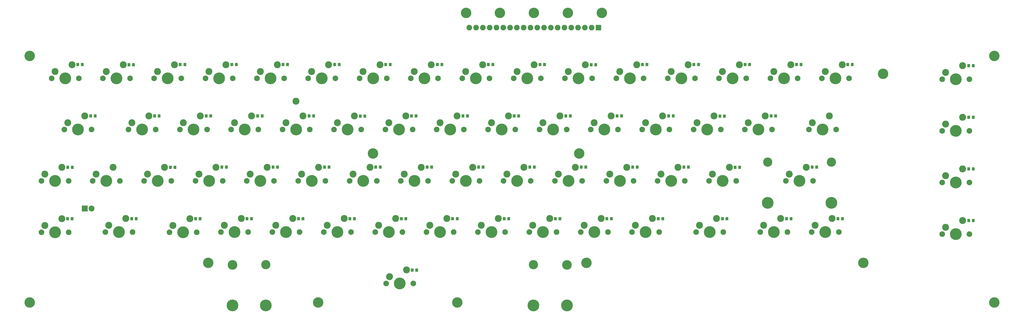
<source format=gbr>
G04 #@! TF.GenerationSoftware,KiCad,Pcbnew,(5.1.5)-2*
G04 #@! TF.CreationDate,2020-03-07T20:44:29+01:00*
G04 #@! TF.ProjectId,VIC20_kbd,56494332-305f-46b6-9264-2e6b69636164,rev?*
G04 #@! TF.SameCoordinates,Original*
G04 #@! TF.FileFunction,Soldermask,Bot*
G04 #@! TF.FilePolarity,Negative*
%FSLAX46Y46*%
G04 Gerber Fmt 4.6, Leading zero omitted, Abs format (unit mm)*
G04 Created by KiCad (PCBNEW (5.1.5)-2) date 2020-03-07 20:44:29*
%MOMM*%
%LPD*%
G04 APERTURE LIST*
%ADD10C,2.600000*%
%ADD11C,4.400000*%
%ADD12C,2.100000*%
%ADD13R,1.000000X1.200000*%
%ADD14R,2.100000X2.100000*%
%ADD15O,2.100000X2.100000*%
%ADD16C,3.450000*%
%ADD17C,3.900000*%
%ADD18C,3.600000*%
%ADD19C,2.200000*%
%ADD20R,2.200000X2.200000*%
G04 APERTURE END LIST*
D10*
X333950000Y-118580000D03*
X327600000Y-121120000D03*
D11*
X331410000Y-123660000D03*
D12*
X326330000Y-123660000D03*
X336490000Y-123660000D03*
D10*
X20310000Y-60300000D03*
X13960000Y-62840000D03*
D11*
X17770000Y-65380000D03*
D12*
X12690000Y-65380000D03*
X22850000Y-65380000D03*
D13*
X24120000Y-60360000D03*
X22420000Y-60360000D03*
X62570000Y-60290000D03*
X60870000Y-60290000D03*
X101010000Y-60290000D03*
X99310000Y-60290000D03*
X139380000Y-60290000D03*
X137680000Y-60290000D03*
X177710000Y-60290000D03*
X176010000Y-60290000D03*
X216030000Y-60290000D03*
X214330000Y-60290000D03*
X254360000Y-60290000D03*
X252660000Y-60290000D03*
X292730000Y-60290000D03*
X291030000Y-60290000D03*
X5000000Y-60290000D03*
X3300000Y-60290000D03*
X53000000Y-79490000D03*
X51300000Y-79490000D03*
X91450000Y-79450000D03*
X89750000Y-79450000D03*
X129740000Y-79490000D03*
X128040000Y-79490000D03*
X168070000Y-79490000D03*
X166370000Y-79490000D03*
X206510000Y-79490000D03*
X204810000Y-79490000D03*
X244990000Y-79530000D03*
X243290000Y-79530000D03*
X279430000Y-98620000D03*
X277730000Y-98620000D03*
X9880000Y-79490000D03*
X8180000Y-79490000D03*
X39630000Y-98690000D03*
X37930000Y-98690000D03*
X78000000Y-98650000D03*
X76300000Y-98650000D03*
X116330000Y-98650000D03*
X114630000Y-98650000D03*
X154810000Y-98650000D03*
X153110000Y-98650000D03*
X193170000Y-98620000D03*
X191470000Y-98620000D03*
X231500000Y-98650000D03*
X229800000Y-98650000D03*
X289070000Y-117880000D03*
X287370000Y-117880000D03*
X1260000Y-98690000D03*
X-440000Y-98690000D03*
X25180000Y-117880000D03*
X23480000Y-117880000D03*
X68290000Y-117880000D03*
X66590000Y-117880000D03*
X106710000Y-117880000D03*
X105010000Y-117880000D03*
X145100000Y-117880000D03*
X143400000Y-117880000D03*
X183490000Y-117880000D03*
X181790000Y-117880000D03*
X221960000Y-117880000D03*
X220260000Y-117880000D03*
X269820000Y-117880000D03*
X268120000Y-117880000D03*
X129970000Y-137100000D03*
X128270000Y-137100000D03*
X49040000Y-117880000D03*
X47340000Y-117880000D03*
X87490000Y-117880000D03*
X85790000Y-117880000D03*
X125910000Y-117910000D03*
X124210000Y-117910000D03*
X164380000Y-117880000D03*
X162680000Y-117880000D03*
X202710000Y-117880000D03*
X201010000Y-117880000D03*
X245900000Y-117880000D03*
X244200000Y-117880000D03*
X337920000Y-60710000D03*
X336220000Y-60710000D03*
X1240000Y-117910000D03*
X-460000Y-117910000D03*
X58870000Y-98650000D03*
X57170000Y-98650000D03*
X97240000Y-98650000D03*
X95540000Y-98650000D03*
X135610000Y-98650000D03*
X133910000Y-98650000D03*
X173900000Y-98650000D03*
X172200000Y-98650000D03*
X212340000Y-98650000D03*
X210640000Y-98650000D03*
X250630000Y-98690000D03*
X248930000Y-98690000D03*
X337920000Y-79990000D03*
X336220000Y-79990000D03*
X33730000Y-79490000D03*
X32030000Y-79490000D03*
X72210000Y-79490000D03*
X70510000Y-79490000D03*
X110610000Y-79530000D03*
X108910000Y-79530000D03*
X148940000Y-79490000D03*
X147240000Y-79490000D03*
X187380000Y-79490000D03*
X185680000Y-79490000D03*
X225790000Y-79490000D03*
X224090000Y-79490000D03*
X264080000Y-79490000D03*
X262380000Y-79490000D03*
X337920000Y-99300000D03*
X336220000Y-99300000D03*
X43330000Y-60290000D03*
X41630000Y-60290000D03*
X81690000Y-60250000D03*
X79990000Y-60250000D03*
X120100000Y-60290000D03*
X118400000Y-60290000D03*
X158430000Y-60250000D03*
X156730000Y-60250000D03*
X196910000Y-60330000D03*
X195210000Y-60330000D03*
X235270000Y-60290000D03*
X233570000Y-60290000D03*
X273600000Y-60290000D03*
X271900000Y-60290000D03*
X337920000Y-118580000D03*
X336220000Y-118580000D03*
D14*
X197870000Y-46440000D03*
D15*
X195330000Y-46440000D03*
X192790000Y-46440000D03*
X190250000Y-46440000D03*
X187710000Y-46440000D03*
X185170000Y-46440000D03*
X182630000Y-46440000D03*
X180090000Y-46440000D03*
X177550000Y-46440000D03*
X175010000Y-46440000D03*
X172470000Y-46440000D03*
X169930000Y-46440000D03*
X167390000Y-46440000D03*
X164850000Y-46440000D03*
X162310000Y-46440000D03*
X159770000Y-46440000D03*
X157230000Y-46440000D03*
X154690000Y-46440000D03*
X152150000Y-46440000D03*
X149610000Y-46440000D03*
D10*
X58700000Y-60300000D03*
X52350000Y-62840000D03*
D11*
X56160000Y-65380000D03*
D12*
X51080000Y-65380000D03*
X61240000Y-65380000D03*
D10*
X97060000Y-60300000D03*
X90710000Y-62840000D03*
D11*
X94520000Y-65380000D03*
D12*
X89440000Y-65380000D03*
X99600000Y-65380000D03*
D10*
X135420000Y-60300000D03*
X129070000Y-62840000D03*
D11*
X132880000Y-65380000D03*
D12*
X127800000Y-65380000D03*
X137960000Y-65380000D03*
D10*
X173820000Y-60300000D03*
X167470000Y-62840000D03*
D11*
X171280000Y-65380000D03*
D12*
X166200000Y-65380000D03*
X176360000Y-65380000D03*
D10*
X212190000Y-60300000D03*
X205840000Y-62840000D03*
D11*
X209650000Y-65380000D03*
D12*
X204570000Y-65380000D03*
X214730000Y-65380000D03*
D10*
X250570000Y-60300000D03*
X244220000Y-62840000D03*
D11*
X248030000Y-65380000D03*
D12*
X242950000Y-65380000D03*
X253110000Y-65380000D03*
D10*
X288950000Y-60300000D03*
X282600000Y-62840000D03*
D11*
X286410000Y-65380000D03*
D12*
X281330000Y-65380000D03*
X291490000Y-65380000D03*
D10*
X1170000Y-60300000D03*
X-5180000Y-62840000D03*
D11*
X-1370000Y-65380000D03*
D12*
X-6450000Y-65380000D03*
X3710000Y-65380000D03*
D10*
X49100000Y-79500000D03*
X42750000Y-82040000D03*
D11*
X46560000Y-84580000D03*
D12*
X41480000Y-84580000D03*
X51640000Y-84580000D03*
D10*
X87500000Y-79500000D03*
X81150000Y-82040000D03*
D11*
X84960000Y-84580000D03*
D12*
X79880000Y-84580000D03*
X90040000Y-84580000D03*
D10*
X125890000Y-79500000D03*
X119540000Y-82040000D03*
D11*
X123350000Y-84580000D03*
D12*
X118270000Y-84580000D03*
X128430000Y-84580000D03*
D10*
X164250000Y-79500000D03*
X157900000Y-82040000D03*
D11*
X161710000Y-84580000D03*
D12*
X156630000Y-84580000D03*
X166790000Y-84580000D03*
D10*
X202660000Y-79500000D03*
X196310000Y-82040000D03*
D11*
X200120000Y-84580000D03*
D12*
X195040000Y-84580000D03*
X205200000Y-84580000D03*
D10*
X241070000Y-79510000D03*
X234720000Y-82050000D03*
D11*
X238530000Y-84590000D03*
D12*
X233450000Y-84590000D03*
X243610000Y-84590000D03*
D10*
X275530000Y-98660000D03*
X269180000Y-101200000D03*
D11*
X272990000Y-103740000D03*
D12*
X267910000Y-103740000D03*
X278070000Y-103740000D03*
D11*
X284890000Y-111980000D03*
X261090000Y-111980000D03*
D16*
X261090000Y-96740000D03*
X284890000Y-96740000D03*
D10*
X5940000Y-79500000D03*
X-410000Y-82040000D03*
D11*
X3400000Y-84580000D03*
D12*
X-1680000Y-84580000D03*
X8480000Y-84580000D03*
D10*
X35770000Y-98680000D03*
X29420000Y-101220000D03*
D11*
X33230000Y-103760000D03*
D12*
X28150000Y-103760000D03*
X38310000Y-103760000D03*
D10*
X74130000Y-98660000D03*
X67780000Y-101200000D03*
D11*
X71590000Y-103740000D03*
D12*
X66510000Y-103740000D03*
X76670000Y-103740000D03*
D10*
X112520000Y-98660000D03*
X106170000Y-101200000D03*
D11*
X109980000Y-103740000D03*
D12*
X104900000Y-103740000D03*
X115060000Y-103740000D03*
D10*
X150900000Y-98660000D03*
X144550000Y-101200000D03*
D11*
X148360000Y-103740000D03*
D12*
X143280000Y-103740000D03*
X153440000Y-103740000D03*
D10*
X189270000Y-98660000D03*
X182920000Y-101200000D03*
D11*
X186730000Y-103740000D03*
D12*
X181650000Y-103740000D03*
X191810000Y-103740000D03*
D10*
X227630000Y-98660000D03*
X221280000Y-101200000D03*
D11*
X225090000Y-103740000D03*
D12*
X220010000Y-103740000D03*
X230170000Y-103740000D03*
D10*
X285150000Y-117870000D03*
X278800000Y-120410000D03*
D11*
X282610000Y-122950000D03*
D12*
X277530000Y-122950000D03*
X287690000Y-122950000D03*
D10*
X-2630000Y-98680000D03*
X-8980000Y-101220000D03*
D11*
X-5170000Y-103760000D03*
D12*
X-10250000Y-103760000D03*
X-90000Y-103760000D03*
D10*
X21310000Y-117870000D03*
X14960000Y-120410000D03*
D11*
X18770000Y-122950000D03*
D12*
X13690000Y-122950000D03*
X23850000Y-122950000D03*
D10*
X64470000Y-117870000D03*
X58120000Y-120410000D03*
D11*
X61930000Y-122950000D03*
D12*
X56850000Y-122950000D03*
X67010000Y-122950000D03*
D10*
X102880000Y-117870000D03*
X96530000Y-120410000D03*
D11*
X100340000Y-122950000D03*
D12*
X95260000Y-122950000D03*
X105420000Y-122950000D03*
D10*
X141280000Y-117870000D03*
X134930000Y-120410000D03*
D11*
X138740000Y-122950000D03*
D12*
X133660000Y-122950000D03*
X143820000Y-122950000D03*
D10*
X179680000Y-117870000D03*
X173330000Y-120410000D03*
D11*
X177140000Y-122950000D03*
D12*
X172060000Y-122950000D03*
X182220000Y-122950000D03*
D10*
X218070000Y-117870000D03*
X211720000Y-120410000D03*
D11*
X215530000Y-122950000D03*
D12*
X210450000Y-122950000D03*
X220610000Y-122950000D03*
D10*
X265970000Y-117870000D03*
X259620000Y-120410000D03*
D11*
X263430000Y-122950000D03*
D12*
X258350000Y-122950000D03*
X268510000Y-122950000D03*
D10*
X126150000Y-137060000D03*
X119800000Y-139600000D03*
D11*
X123610000Y-142140000D03*
D12*
X118530000Y-142140000D03*
X128690000Y-142140000D03*
D11*
X173610000Y-150380000D03*
X73610000Y-150380000D03*
D16*
X73610000Y-135140000D03*
X173610000Y-135140000D03*
D10*
X45260000Y-117880000D03*
X38910000Y-120420000D03*
D11*
X42720000Y-122960000D03*
D12*
X37640000Y-122960000D03*
X47800000Y-122960000D03*
D10*
X83670000Y-117870000D03*
X77320000Y-120410000D03*
D11*
X81130000Y-122950000D03*
D12*
X76050000Y-122950000D03*
X86210000Y-122950000D03*
D10*
X122070000Y-117870000D03*
X115720000Y-120410000D03*
D11*
X119530000Y-122950000D03*
D12*
X114450000Y-122950000D03*
X124610000Y-122950000D03*
D10*
X160480000Y-117870000D03*
X154130000Y-120410000D03*
D11*
X157940000Y-122950000D03*
D12*
X152860000Y-122950000D03*
X163020000Y-122950000D03*
D10*
X198880000Y-117870000D03*
X192530000Y-120410000D03*
D11*
X196340000Y-122950000D03*
D12*
X191260000Y-122950000D03*
X201420000Y-122950000D03*
D10*
X242020000Y-117870000D03*
X235670000Y-120410000D03*
D11*
X239480000Y-122950000D03*
D12*
X234400000Y-122950000D03*
X244560000Y-122950000D03*
D10*
X333950000Y-60710000D03*
X327600000Y-63250000D03*
D11*
X331410000Y-65790000D03*
D12*
X326330000Y-65790000D03*
X336490000Y-65790000D03*
D10*
X-2640000Y-117880000D03*
X-8990000Y-120420000D03*
D11*
X-5180000Y-122960000D03*
D12*
X-10260000Y-122960000D03*
X-100000Y-122960000D03*
D10*
X54970000Y-98660000D03*
X48620000Y-101200000D03*
D11*
X52430000Y-103740000D03*
D12*
X47350000Y-103740000D03*
X57510000Y-103740000D03*
D10*
X93320000Y-98660000D03*
X86970000Y-101200000D03*
D11*
X90780000Y-103740000D03*
D12*
X85700000Y-103740000D03*
X95860000Y-103740000D03*
D10*
X131700000Y-98660000D03*
X125350000Y-101200000D03*
D11*
X129160000Y-103740000D03*
D12*
X124080000Y-103740000D03*
X134240000Y-103740000D03*
D10*
X170060000Y-98660000D03*
X163710000Y-101200000D03*
D11*
X167520000Y-103740000D03*
D12*
X162440000Y-103740000D03*
X172600000Y-103740000D03*
D10*
X208430000Y-98660000D03*
X202080000Y-101200000D03*
D11*
X205890000Y-103740000D03*
D12*
X200810000Y-103740000D03*
X210970000Y-103740000D03*
D10*
X246820000Y-98680000D03*
X240470000Y-101220000D03*
D11*
X244280000Y-103760000D03*
D12*
X239200000Y-103760000D03*
X249360000Y-103760000D03*
D10*
X333950000Y-79990000D03*
X327600000Y-82530000D03*
D11*
X331410000Y-85070000D03*
D12*
X326330000Y-85070000D03*
X336490000Y-85070000D03*
D10*
X29900000Y-79500000D03*
X23550000Y-82040000D03*
D11*
X27360000Y-84580000D03*
D12*
X22280000Y-84580000D03*
X32440000Y-84580000D03*
D10*
X68300000Y-79500000D03*
X61950000Y-82040000D03*
D11*
X65760000Y-84580000D03*
D12*
X60680000Y-84580000D03*
X70840000Y-84580000D03*
D10*
X106690000Y-79500000D03*
X100340000Y-82040000D03*
D11*
X104150000Y-84580000D03*
D12*
X99070000Y-84580000D03*
X109230000Y-84580000D03*
D10*
X145070000Y-79500000D03*
X138720000Y-82040000D03*
D11*
X142530000Y-84580000D03*
D12*
X137450000Y-84580000D03*
X147610000Y-84580000D03*
D10*
X183460000Y-79500000D03*
X177110000Y-82040000D03*
D11*
X180920000Y-84580000D03*
D12*
X175840000Y-84580000D03*
X186000000Y-84580000D03*
D10*
X221860000Y-79500000D03*
X215510000Y-82040000D03*
D11*
X219320000Y-84580000D03*
D12*
X214240000Y-84580000D03*
X224400000Y-84580000D03*
D10*
X260210000Y-79510000D03*
X253860000Y-82050000D03*
D11*
X257670000Y-84590000D03*
D12*
X252590000Y-84590000D03*
X262750000Y-84590000D03*
D10*
X333950000Y-99300000D03*
X327600000Y-101840000D03*
D11*
X331410000Y-104380000D03*
D12*
X326330000Y-104380000D03*
X336490000Y-104380000D03*
D10*
X39500000Y-60300000D03*
X33150000Y-62840000D03*
D11*
X36960000Y-65380000D03*
D12*
X31880000Y-65380000D03*
X42040000Y-65380000D03*
D10*
X77870000Y-60300000D03*
X71520000Y-62840000D03*
D11*
X75330000Y-65380000D03*
D12*
X70250000Y-65380000D03*
X80410000Y-65380000D03*
D10*
X116250000Y-60300000D03*
X109900000Y-62840000D03*
D11*
X113710000Y-65380000D03*
D12*
X108630000Y-65380000D03*
X118790000Y-65380000D03*
D10*
X154620000Y-60300000D03*
X148270000Y-62840000D03*
D11*
X152080000Y-65380000D03*
D12*
X147000000Y-65380000D03*
X157160000Y-65380000D03*
D10*
X192990000Y-60300000D03*
X186640000Y-62840000D03*
D11*
X190450000Y-65380000D03*
D12*
X185370000Y-65380000D03*
X195530000Y-65380000D03*
D10*
X231380000Y-60300000D03*
X225030000Y-62840000D03*
D11*
X228840000Y-65380000D03*
D12*
X223760000Y-65380000D03*
X233920000Y-65380000D03*
D10*
X269760000Y-60300000D03*
X263410000Y-62840000D03*
D11*
X267220000Y-65380000D03*
D12*
X262140000Y-65380000D03*
X272300000Y-65380000D03*
D10*
X16570000Y-98660000D03*
X10220000Y-101200000D03*
D11*
X14030000Y-103740000D03*
D12*
X8950000Y-103740000D03*
X19110000Y-103740000D03*
D10*
X284180000Y-79500000D03*
X277830000Y-82040000D03*
D11*
X281640000Y-84580000D03*
D12*
X276560000Y-84580000D03*
X286720000Y-84580000D03*
D17*
X148460000Y-40920000D03*
X161040000Y-40920000D03*
X173740000Y-40920000D03*
X186440000Y-40920000D03*
X199120000Y-40920000D03*
X345820000Y-57000000D03*
X345820000Y-149260000D03*
X193420000Y-134410000D03*
X52110000Y-134400000D03*
X-14660000Y-149260000D03*
X-14660000Y-57000000D03*
X304250000Y-63760000D03*
D10*
X84880000Y-73990000D03*
D17*
X190660000Y-93520000D03*
X113680000Y-93520000D03*
X93180000Y-149260000D03*
X145150000Y-149260000D03*
X296870000Y-134400000D03*
D18*
X61110000Y-135150000D03*
X186110000Y-135150000D03*
D11*
X186110000Y-150380000D03*
X61110000Y-150380000D03*
D19*
X8510000Y-114070000D03*
D20*
X5970000Y-114070000D03*
M02*

</source>
